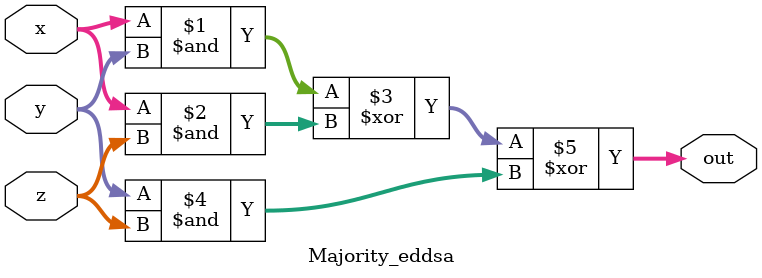
<source format=v>

`timescale 1ns / 1ps



module sha2_round_eddsa # (
    parameter WIDTH = 32,
    parameter MODE = 256
    )(
    input wire [WIDTH-1:0] a,
    input wire [WIDTH-1:0] b,
    input wire [WIDTH-1:0] c,
    input wire [WIDTH-1:0] d,
    input wire [WIDTH-1:0] e,
    input wire [WIDTH-1:0] f,
    input wire [WIDTH-1:0] g,
    input wire [WIDTH-1:0] h,
    output wire [WIDTH-1:0] a_out,
    output wire [WIDTH-1:0] b_out,
    output wire [WIDTH-1:0] c_out,
    output wire [WIDTH-1:0] d_out,
    output wire [WIDTH-1:0] e_out,
    output wire [WIDTH-1:0] f_out,
    output wire [WIDTH-1:0] g_out,
    output wire [WIDTH-1:0] h_out,
    input wire [WIDTH-1:0] W,
    input wire [WIDTH-1:0] K
    );
    
    wire    [WIDTH-1:0] out_1; 
    wire    [WIDTH-1:0] out_2;
    wire    [WIDTH-1:0] out_3;
    wire    [WIDTH-1:0] out_4; 
    wire    [WIDTH-1:0] T1;
    wire    [WIDTH-1:0] T2;
    
    generate 
        if(MODE == 224 | MODE == 256) begin
            eps_1_eddsa #(.SIZE(WIDTH)) eps1_eddsa (.x(e), .out(out_1));
            Choice_eddsa #(.SIZE(WIDTH)) Ch_eddsa (.x(e), .y(f), .z(g), .out(out_2));
            eps_0_eddsa #(.SIZE(WIDTH)) eps0_eddsa (.x(a), .out(out_3));
            Majority_eddsa #(.SIZE(WIDTH)) Mj_eddsa (.x(a), .y(b), .z(c), .out(out_4));
        end
        else if(MODE == 384 | MODE == 512) begin
            eps_1_512_eddsa #(.SIZE(WIDTH)) eps1_eddsa (.x(e), .out(out_1));
            Choice_eddsa #(.SIZE(WIDTH)) Ch_eddsa (.x(e), .y(f), .z(g), .out(out_2));
            eps_0_512_eddsa #(.SIZE(WIDTH)) eps0_eddsa (.x(a), .out(out_3));
            Majority_eddsa #(.SIZE(WIDTH)) Mj_eddsa (.x(a), .y(b), .z(c), .out(out_4));
        end
    endgenerate
    
    assign T1 = out_1 + out_2 + h + W + K;
    assign T2 = out_3 + out_4;
    
    assign a_out = T1 + T2;
    assign b_out = a;
    assign c_out = b;
    assign d_out = c;
    assign e_out = d + T1;
    assign f_out = e;
    assign g_out = f;
    assign h_out = g;
    
endmodule

module Choice_eddsa # (
    parameter SIZE = 32
    )(
    input wire [SIZE-1:0] x,
    input wire [SIZE-1:0] y,
    input wire [SIZE-1:0] z,
    output wire [SIZE-1:0] out
    );
    
    assign out = (x & y) ^ (~x & z);
endmodule

module Majority_eddsa # (
    parameter SIZE = 32
    )(
    input wire [SIZE-1:0] x,
    input wire [SIZE-1:0] y,
    input wire [SIZE-1:0] z,
    output wire [SIZE-1:0] out
    );
    
    assign out = (x & y) ^ (x & z) ^ (y & z);
endmodule
</source>
